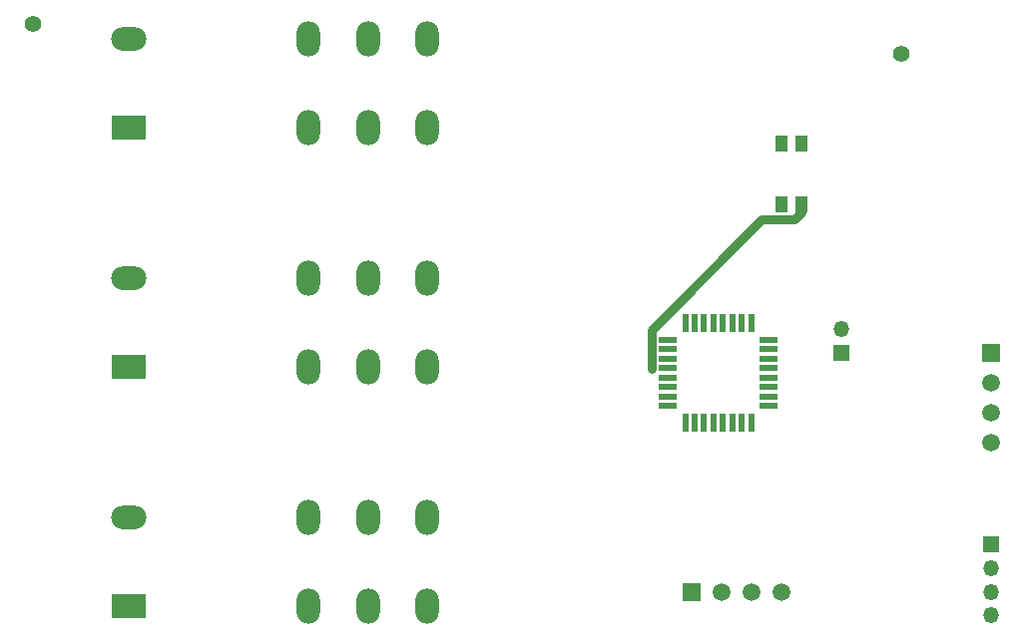
<source format=gbr>
%TF.GenerationSoftware,KiCad,Pcbnew,7.0.9*%
%TF.CreationDate,2023-12-03T00:18:19-03:00*%
%TF.ProjectId,E3,45332e6b-6963-4616-945f-706362585858,rev?*%
%TF.SameCoordinates,Original*%
%TF.FileFunction,Copper,L1,Top*%
%TF.FilePolarity,Positive*%
%FSLAX46Y46*%
G04 Gerber Fmt 4.6, Leading zero omitted, Abs format (unit mm)*
G04 Created by KiCad (PCBNEW 7.0.9) date 2023-12-03 00:18:19*
%MOMM*%
%LPD*%
G01*
G04 APERTURE LIST*
%TA.AperFunction,ComponentPad*%
%ADD10C,1.400000*%
%TD*%
%TA.AperFunction,ComponentPad*%
%ADD11R,1.500000X1.500000*%
%TD*%
%TA.AperFunction,ComponentPad*%
%ADD12C,1.500000*%
%TD*%
%TA.AperFunction,SMDPad,CuDef*%
%ADD13R,1.600000X0.550000*%
%TD*%
%TA.AperFunction,SMDPad,CuDef*%
%ADD14R,0.550000X1.600000*%
%TD*%
%TA.AperFunction,ComponentPad*%
%ADD15O,2.000000X3.000000*%
%TD*%
%TA.AperFunction,ComponentPad*%
%ADD16R,3.000000X2.000000*%
%TD*%
%TA.AperFunction,ComponentPad*%
%ADD17O,3.000000X2.000000*%
%TD*%
%TA.AperFunction,ComponentPad*%
%ADD18R,1.350000X1.350000*%
%TD*%
%TA.AperFunction,ComponentPad*%
%ADD19O,1.350000X1.350000*%
%TD*%
%TA.AperFunction,SMDPad,CuDef*%
%ADD20R,1.000000X1.450000*%
%TD*%
%TA.AperFunction,Conductor*%
%ADD21C,0.800000*%
%TD*%
G04 APERTURE END LIST*
D10*
%TO.P,REF\u002A\u002A,1*%
%TO.N,N/C*%
X157480000Y-45720000D03*
%TD*%
%TO.P,REF\u002A\u002A,1*%
%TO.N,N/C*%
X83820000Y-43180000D03*
%TD*%
D11*
%TO.P,U3,1,VDD*%
%TO.N,Net-(BT1-+)*%
X165100000Y-71120000D03*
D12*
%TO.P,U3,2,DATA*%
%TO.N,Net-(U1-PB1)*%
X165100000Y-73660000D03*
%TO.P,U3,3,NC*%
%TO.N,unconnected-(U3-NC-Pad3)*%
X165100000Y-76200000D03*
%TO.P,U3,4,GND*%
%TO.N,Earth*%
X165100000Y-78740000D03*
%TD*%
D11*
%TO.P,U2,1,VDD*%
%TO.N,Net-(BT1-+)*%
X139700000Y-91440000D03*
D12*
%TO.P,U2,2,DATA*%
%TO.N,Net-(U1-PB0)*%
X142240000Y-91440000D03*
%TO.P,U2,3,NC*%
%TO.N,unconnected-(U2-NC-Pad3)*%
X144780000Y-91440000D03*
%TO.P,U2,4,GND*%
%TO.N,Earth*%
X147320000Y-91440000D03*
%TD*%
D13*
%TO.P,U1,1,PD3*%
%TO.N,unconnected-(U1-PD3-Pad1)*%
X137730000Y-70030000D03*
%TO.P,U1,2,PD4*%
%TO.N,unconnected-(U1-PD4-Pad2)*%
X137730000Y-70830000D03*
%TO.P,U1,3,GND*%
%TO.N,Net-(BT1--)*%
X137730000Y-71630000D03*
%TO.P,U1,4,VCC*%
%TO.N,Net-(BT1-+)*%
X137730000Y-72430000D03*
%TO.P,U1,5,GND*%
%TO.N,Net-(BT1--)*%
X137730000Y-73230000D03*
%TO.P,U1,6,VCC*%
%TO.N,Net-(BT1-+)*%
X137730000Y-74030000D03*
%TO.P,U1,7,XTAL1/PB6*%
%TO.N,unconnected-(U1-XTAL1{slash}PB6-Pad7)*%
X137730000Y-74830000D03*
%TO.P,U1,8,XTAL2/PB7*%
%TO.N,unconnected-(U1-XTAL2{slash}PB7-Pad8)*%
X137730000Y-75630000D03*
D14*
%TO.P,U1,9,PD5*%
%TO.N,unconnected-(U1-PD5-Pad9)*%
X139180000Y-77080000D03*
%TO.P,U1,10,PD6*%
%TO.N,unconnected-(U1-PD6-Pad10)*%
X139980000Y-77080000D03*
%TO.P,U1,11,PD7*%
%TO.N,unconnected-(U1-PD7-Pad11)*%
X140780000Y-77080000D03*
%TO.P,U1,12,PB0*%
%TO.N,Net-(U1-PB0)*%
X141580000Y-77080000D03*
%TO.P,U1,13,PB1*%
%TO.N,Net-(U1-PB1)*%
X142380000Y-77080000D03*
%TO.P,U1,14,PB2*%
%TO.N,unconnected-(U1-PB2-Pad14)*%
X143180000Y-77080000D03*
%TO.P,U1,15,PB3*%
%TO.N,unconnected-(U1-PB3-Pad15)*%
X143980000Y-77080000D03*
%TO.P,U1,16,PB4*%
%TO.N,Earth*%
X144780000Y-77080000D03*
D13*
%TO.P,U1,17,PB5*%
%TO.N,Net-(J2-Pin_3)*%
X146230000Y-75630000D03*
%TO.P,U1,18,AVCC*%
%TO.N,unconnected-(U1-AVCC-Pad18)*%
X146230000Y-74830000D03*
%TO.P,U1,19,ADC6*%
%TO.N,unconnected-(U1-ADC6-Pad19)*%
X146230000Y-74030000D03*
%TO.P,U1,20,AREF*%
%TO.N,unconnected-(U1-AREF-Pad20)*%
X146230000Y-73230000D03*
%TO.P,U1,21,GND*%
%TO.N,Net-(BT1--)*%
X146230000Y-72430000D03*
%TO.P,U1,22,ADC7*%
%TO.N,unconnected-(U1-ADC7-Pad22)*%
X146230000Y-71630000D03*
%TO.P,U1,23,PC0*%
%TO.N,unconnected-(U1-PC0-Pad23)*%
X146230000Y-70830000D03*
%TO.P,U1,24,PC1*%
%TO.N,unconnected-(U1-PC1-Pad24)*%
X146230000Y-70030000D03*
D14*
%TO.P,U1,25,PC2*%
%TO.N,Net-(J1-Pin_1)*%
X144780000Y-68580000D03*
%TO.P,U1,26,PC3*%
%TO.N,Net-(U1-PC3)*%
X143980000Y-68580000D03*
%TO.P,U1,27,PC4*%
%TO.N,Net-(U1-PC4)*%
X143180000Y-68580000D03*
%TO.P,U1,28,PC5*%
%TO.N,Net-(U1-PC5)*%
X142380000Y-68580000D03*
%TO.P,U1,29,~{RESET}/PC6*%
%TO.N,unconnected-(U1-~{RESET}{slash}PC6-Pad29)*%
X141580000Y-68580000D03*
%TO.P,U1,30,PD0*%
%TO.N,unconnected-(U1-PD0-Pad30)*%
X140780000Y-68580000D03*
%TO.P,U1,31,PD1*%
%TO.N,unconnected-(U1-PD1-Pad31)*%
X139980000Y-68580000D03*
%TO.P,U1,32,PD2*%
%TO.N,unconnected-(U1-PD2-Pad32)*%
X139180000Y-68580000D03*
%TD*%
D15*
%TO.P,K3,11*%
%TO.N,Net-(H4-Pad1)*%
X112290000Y-92650000D03*
X112290000Y-85150000D03*
%TO.P,K3,12*%
%TO.N,Net-(K3-Pad12)*%
X107250000Y-92650000D03*
X107250000Y-85150000D03*
%TO.P,K3,14*%
%TO.N,Net-(H3-Pad1)*%
X117330000Y-92650000D03*
X117330000Y-85150000D03*
D16*
%TO.P,K3,A1*%
%TO.N,Net-(U1-PC5)*%
X91990000Y-92650000D03*
D17*
%TO.P,K3,A2*%
%TO.N,Net-(BT1--)*%
X91990000Y-85150000D03*
%TD*%
D15*
%TO.P,K2,11*%
%TO.N,Net-(H2-Pad1)*%
X112290000Y-72330000D03*
X112290000Y-64830000D03*
%TO.P,K2,12*%
%TO.N,Net-(K2-Pad12)*%
X107250000Y-72330000D03*
X107250000Y-64830000D03*
%TO.P,K2,14*%
%TO.N,Net-(H1-Pad1)*%
X117330000Y-72330000D03*
X117330000Y-64830000D03*
D16*
%TO.P,K2,A1*%
%TO.N,Net-(U1-PC3)*%
X91990000Y-72330000D03*
D17*
%TO.P,K2,A2*%
%TO.N,Net-(BT1--)*%
X91990000Y-64830000D03*
%TD*%
D15*
%TO.P,K1,11*%
%TO.N,Net-(H6-Pad1)*%
X112290000Y-52010000D03*
X112290000Y-44510000D03*
%TO.P,K1,12*%
%TO.N,Net-(K1-Pad12)*%
X107250000Y-52010000D03*
X107250000Y-44510000D03*
%TO.P,K1,14*%
%TO.N,Net-(H5-Pad1)*%
X117330000Y-52010000D03*
X117330000Y-44510000D03*
D16*
%TO.P,K1,A1*%
%TO.N,Net-(U1-PC4)*%
X91990000Y-52010000D03*
D17*
%TO.P,K1,A2*%
%TO.N,Net-(BT1--)*%
X91990000Y-44510000D03*
%TD*%
D18*
%TO.P,J5,1,Pin_1*%
%TO.N,Earth*%
X152400000Y-71120000D03*
D19*
%TO.P,J5,2,Pin_2*%
%TO.N,Net-(BT1-+)*%
X152400000Y-69120000D03*
%TD*%
D18*
%TO.P,J2,1,Pin_1*%
%TO.N,Net-(BT1-+)*%
X165100000Y-87440000D03*
D19*
%TO.P,J2,2,Pin_2*%
%TO.N,Earth*%
X165100000Y-89440000D03*
%TO.P,J2,3,Pin_3*%
%TO.N,Net-(J2-Pin_3)*%
X165100000Y-91440000D03*
%TO.P,J2,4,Pin_4*%
%TO.N,unconnected-(J2-Pin_4-Pad4)*%
X165100000Y-93440000D03*
%TD*%
D20*
%TO.P,J1,1,Pin_1*%
%TO.N,Net-(J1-Pin_1)*%
X147320000Y-53340000D03*
X147320000Y-58490000D03*
%TO.P,J1,2,Pin_2*%
%TO.N,Net-(BT1-+)*%
X149020000Y-58490000D03*
X149020000Y-53340000D03*
%TD*%
D21*
%TO.N,Net-(BT1-+)*%
X136330000Y-69155000D02*
X136330000Y-72505000D01*
X148420000Y-59815000D02*
X145670000Y-59815000D01*
X149020000Y-59215000D02*
X148420000Y-59815000D01*
X149020000Y-58490000D02*
X149020000Y-59215000D01*
X145670000Y-59815000D02*
X136330000Y-69155000D01*
%TD*%
M02*

</source>
